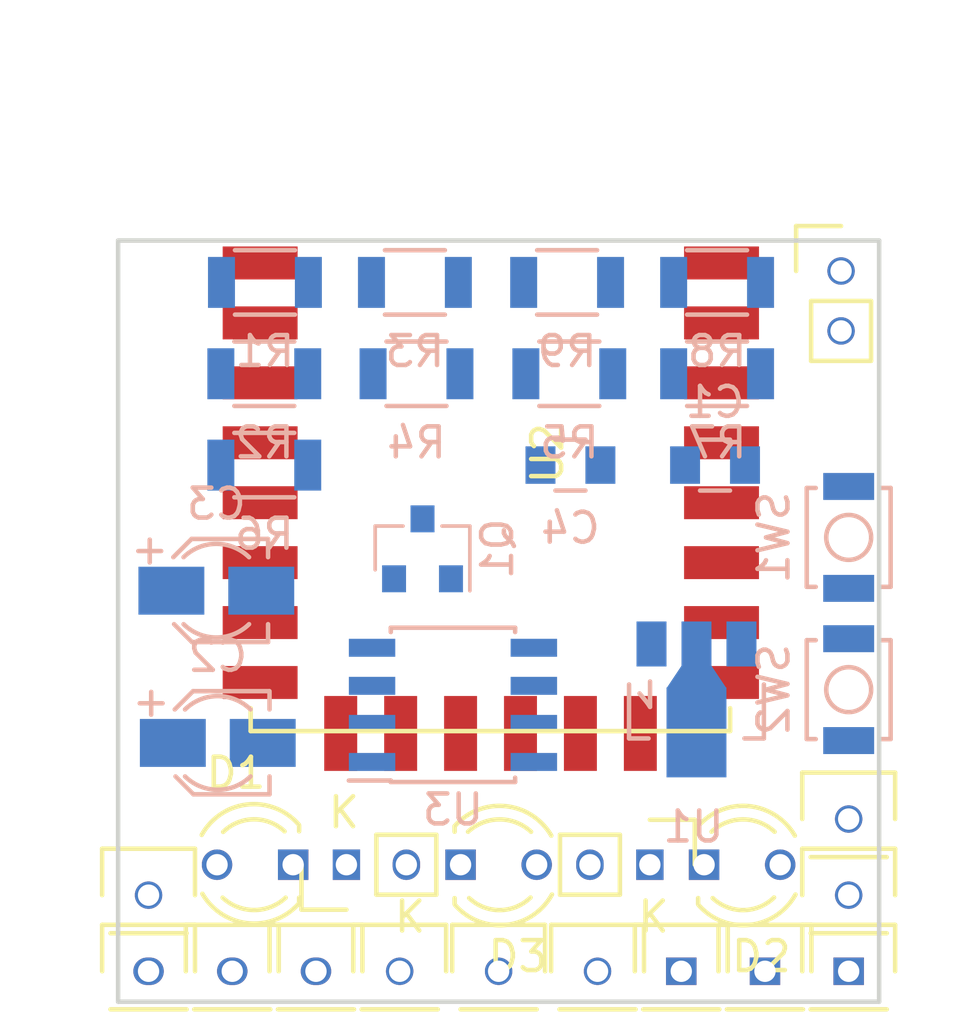
<source format=kicad_pcb>
(kicad_pcb (version 4) (host pcbnew 4.0.5+dfsg1-4)

  (general
    (links 60)
    (no_connects 60)
    (area 50.724999 25.324999 76.275001 50.875001)
    (thickness 1.6)
    (drawings 4)
    (tracks 0)
    (zones 0)
    (modules 37)
    (nets 33)
  )

  (page USLetter portrait)
  (title_block
    (title "FrossTool PCB")
    (rev 1)
    (company Eco-Tec)
    (comment 1 @maurinc2010)
    (comment 2 @fandres)
    (comment 3 "By CC-4")
  )

  (layers
    (0 F.Cu signal)
    (31 B.Cu signal)
    (32 B.Adhes user)
    (33 F.Adhes user)
    (34 B.Paste user)
    (35 F.Paste user)
    (36 B.SilkS user)
    (37 F.SilkS user)
    (38 B.Mask user)
    (39 F.Mask user)
    (40 Dwgs.User user)
    (41 Cmts.User user)
    (42 Eco1.User user)
    (43 Eco2.User user)
    (44 Edge.Cuts user)
    (45 Margin user)
    (46 B.CrtYd user)
    (47 F.CrtYd user)
    (48 B.Fab user)
    (49 F.Fab user)
  )

  (setup
    (last_trace_width 0.254)
    (user_trace_width 0.2032)
    (user_trace_width 0.254)
    (user_trace_width 0.3048)
    (user_trace_width 0.381)
    (user_trace_width 0.4318)
    (user_trace_width 0.508)
    (user_trace_width 0.6096)
    (user_trace_width 0.8128)
    (trace_clearance 0.254)
    (zone_clearance 0.508)
    (zone_45_only no)
    (trace_min 0.2032)
    (segment_width 0.2)
    (edge_width 0.15)
    (via_size 0.6604)
    (via_drill 0.4064)
    (via_min_size 0.381)
    (via_min_drill 0.3302)
    (user_via 0.5842 0.3302)
    (user_via 0.8128 0.508)
    (user_via 1.2192 0.8128)
    (user_via 6.604 0.4064)
    (uvia_size 0.508)
    (uvia_drill 0.127)
    (uvias_allowed no)
    (uvia_min_size 0)
    (uvia_min_drill 0)
    (pcb_text_width 0.3)
    (pcb_text_size 1.5 1.5)
    (mod_edge_width 0.15)
    (mod_text_size 1 1)
    (mod_text_width 0.15)
    (pad_size 1.016 1.016)
    (pad_drill 0.7112)
    (pad_to_mask_clearance 0.2)
    (aux_axis_origin 0 0)
    (visible_elements FFFFFF7F)
    (pcbplotparams
      (layerselection 0x010f0_80000001)
      (usegerberextensions false)
      (excludeedgelayer true)
      (linewidth 0.100000)
      (plotframeref false)
      (viasonmask false)
      (mode 1)
      (useauxorigin false)
      (hpglpennumber 1)
      (hpglpenspeed 20)
      (hpglpendiameter 15)
      (hpglpenoverlay 2)
      (psnegative false)
      (psa4output false)
      (plotreference true)
      (plotvalue true)
      (plotinvisibletext false)
      (padsonsilk false)
      (subtractmaskfromsilk false)
      (outputformat 1)
      (mirror false)
      (drillshape 0)
      (scaleselection 1)
      (outputdirectory PCB))
  )

  (net 0 "")
  (net 1 BAT+)
  (net 2 GND)
  (net 3 +3V3)
  (net 4 "Net-(C3-Pad2)")
  (net 5 "Net-(D1-Pad1)")
  (net 6 "Net-(D1-Pad2)")
  (net 7 "Net-(D2-Pad1)")
  (net 8 "Net-(D3-Pad1)")
  (net 9 IN+)
  (net 10 /TXD)
  (net 11 /RXD)
  (net 12 /GPIO4)
  (net 13 /GPIO5)
  (net 14 /GPIO12)
  (net 15 /GPIO13)
  (net 16 /GPIO14)
  (net 17 /GPIO15)
  (net 18 "Net-(Q1-Pad2)")
  (net 19 "Net-(R1-Pad1)")
  (net 20 "Net-(R2-Pad1)")
  (net 21 "Net-(R3-Pad2)")
  (net 22 /DEBUG_LED)
  (net 23 "Net-(R7-Pad1)")
  (net 24 "Net-(R8-Pad1)")
  (net 25 "Net-(R9-Pad1)")
  (net 26 /ADC)
  (net 27 "Net-(U2-Pad17)")
  (net 28 "Net-(U2-Pad18)")
  (net 29 "Net-(U2-Pad19)")
  (net 30 "Net-(U2-Pad20)")
  (net 31 "Net-(U2-Pad21)")
  (net 32 "Net-(U2-Pad22)")

  (net_class Default "Esta es la clase de red por defecto."
    (clearance 0.254)
    (trace_width 0.254)
    (via_dia 0.6604)
    (via_drill 0.4064)
    (uvia_dia 0.508)
    (uvia_drill 0.127)
    (add_net +3V3)
    (add_net /ADC)
    (add_net /DEBUG_LED)
    (add_net /GPIO12)
    (add_net /GPIO13)
    (add_net /GPIO14)
    (add_net /GPIO15)
    (add_net /GPIO4)
    (add_net /GPIO5)
    (add_net /RXD)
    (add_net /TXD)
    (add_net BAT+)
    (add_net GND)
    (add_net IN+)
    (add_net "Net-(C3-Pad2)")
    (add_net "Net-(D1-Pad1)")
    (add_net "Net-(D1-Pad2)")
    (add_net "Net-(D2-Pad1)")
    (add_net "Net-(D3-Pad1)")
    (add_net "Net-(Q1-Pad2)")
    (add_net "Net-(R1-Pad1)")
    (add_net "Net-(R2-Pad1)")
    (add_net "Net-(R3-Pad2)")
    (add_net "Net-(R7-Pad1)")
    (add_net "Net-(R8-Pad1)")
    (add_net "Net-(R9-Pad1)")
    (add_net "Net-(U2-Pad17)")
    (add_net "Net-(U2-Pad18)")
    (add_net "Net-(U2-Pad19)")
    (add_net "Net-(U2-Pad20)")
    (add_net "Net-(U2-Pad21)")
    (add_net "Net-(U2-Pad22)")
  )

  (net_class POWER ""
    (clearance 0.3048)
    (trace_width 0.3048)
    (via_dia 0.762)
    (via_drill 0.508)
    (uvia_dia 1.016)
    (uvia_drill 0.254)
  )

  (module Capacitors_SMD:C_0805 placed (layer B.Cu) (tedit 5415D6EA) (tstamp 59DFA1CA)
    (at 70.723 32.893 180)
    (descr "Capacitor SMD 0805, reflow soldering, AVX (see smccp.pdf)")
    (tags "capacitor 0805")
    (path /59D43D7C)
    (attr smd)
    (fp_text reference C1 (at 0 2.1 180) (layer B.SilkS)
      (effects (font (size 1 1) (thickness 0.15)) (justify mirror))
    )
    (fp_text value 100nF (at 0 -2.1 180) (layer B.Fab)
      (effects (font (size 1 1) (thickness 0.15)) (justify mirror))
    )
    (fp_line (start -1 -0.625) (end -1 0.625) (layer B.Fab) (width 0.15))
    (fp_line (start 1 -0.625) (end -1 -0.625) (layer B.Fab) (width 0.15))
    (fp_line (start 1 0.625) (end 1 -0.625) (layer B.Fab) (width 0.15))
    (fp_line (start -1 0.625) (end 1 0.625) (layer B.Fab) (width 0.15))
    (fp_line (start -1.8 1) (end 1.8 1) (layer B.CrtYd) (width 0.05))
    (fp_line (start -1.8 -1) (end 1.8 -1) (layer B.CrtYd) (width 0.05))
    (fp_line (start -1.8 1) (end -1.8 -1) (layer B.CrtYd) (width 0.05))
    (fp_line (start 1.8 1) (end 1.8 -1) (layer B.CrtYd) (width 0.05))
    (fp_line (start 0.5 0.85) (end -0.5 0.85) (layer B.SilkS) (width 0.15))
    (fp_line (start -0.5 -0.85) (end 0.5 -0.85) (layer B.SilkS) (width 0.15))
    (pad 1 smd rect (at -1 0 180) (size 1 1.25) (layers B.Cu B.Paste B.Mask)
      (net 1 BAT+))
    (pad 2 smd rect (at 1 0 180) (size 1 1.25) (layers B.Cu B.Paste B.Mask)
      (net 2 GND))
    (model Capacitors_SMD.3dshapes/C_0805.wrl
      (at (xyz 0 0 0))
      (scale (xyz 1 1 1))
      (rotate (xyz 0 0 0))
    )
  )

  (module Capacitors_SMD:c_elec_3x5.3 placed (layer B.Cu) (tedit 57FA3E93) (tstamp 59DFA1E4)
    (at 54.126 42.164)
    (descr "SMT capacitor, aluminium electrolytic, 3x5.3")
    (path /59D44B80)
    (attr smd)
    (fp_text reference C2 (at 0 -2.8956) (layer B.SilkS)
      (effects (font (size 1 1) (thickness 0.15)) (justify mirror))
    )
    (fp_text value 10uF (at -0.0254 2.8956) (layer B.Fab)
      (effects (font (size 1 1) (thickness 0.15)) (justify mirror))
    )
    (fp_line (start -1.5621 0.7493) (end -1.5621 -0.7747) (layer B.Fab) (width 0.15))
    (fp_line (start -0.7493 1.5621) (end -1.5621 0.7493) (layer B.Fab) (width 0.15))
    (fp_line (start -0.762 -1.5748) (end -1.5621 -0.7747) (layer B.Fab) (width 0.15))
    (fp_line (start 1.5748 -1.5748) (end 1.5748 1.5621) (layer B.Fab) (width 0.15))
    (fp_line (start 1.5621 -1.5748) (end -0.762 -1.5748) (layer B.Fab) (width 0.15))
    (fp_line (start 1.5748 1.5621) (end -0.7493 1.5621) (layer B.Fab) (width 0.15))
    (fp_line (start -0.8255 -1.7272) (end -1.4351 -1.1176) (layer B.SilkS) (width 0.15))
    (fp_line (start 1.7272 -1.7272) (end 1.7272 -1.1176) (layer B.SilkS) (width 0.15))
    (fp_line (start -0.8128 1.7145) (end -1.4097 1.1176) (layer B.SilkS) (width 0.15))
    (fp_line (start 1.7272 1.7145) (end 1.7272 1.1176) (layer B.SilkS) (width 0.15))
    (fp_text user + (at -0.9398 0.0762) (layer B.Fab)
      (effects (font (size 1 1) (thickness 0.15)) (justify mirror))
    )
    (fp_text user + (at -2.2225 -1.397) (layer B.SilkS)
      (effects (font (size 1 1) (thickness 0.15)) (justify mirror))
    )
    (fp_arc (start 0 0) (end -1.0922 1.1176) (angle -88.7) (layer B.SilkS) (width 0.15))
    (fp_arc (start 0 0) (end 1.0922 -1.1176) (angle -88.7) (layer B.SilkS) (width 0.15))
    (fp_line (start -2.8 -2.05) (end 2.8 -2.05) (layer B.CrtYd) (width 0.05))
    (fp_line (start 2.8 -2.05) (end 2.8 2.05) (layer B.CrtYd) (width 0.05))
    (fp_line (start 2.8 2.05) (end -2.8 2.05) (layer B.CrtYd) (width 0.05))
    (fp_line (start -2.8 2.05) (end -2.8 -2.05) (layer B.CrtYd) (width 0.05))
    (fp_line (start -0.8255 -1.7272) (end 1.7145 -1.7272) (layer B.SilkS) (width 0.15))
    (fp_line (start 1.7272 1.7145) (end -0.8128 1.7145) (layer B.SilkS) (width 0.15))
    (pad 2 smd rect (at 1.5 0) (size 2.2 1.6) (layers B.Cu B.Paste B.Mask)
      (net 2 GND))
    (pad 1 smd rect (at -1.5 0) (size 2.2 1.6) (layers B.Cu B.Paste B.Mask)
      (net 3 +3V3))
    (model Capacitors_SMD.3dshapes/c_elec_3x5.3.wrl
      (at (xyz 0 0 0))
      (scale (xyz 1 1 1))
      (rotate (xyz 0 0 180))
    )
  )

  (module Capacitors_SMD:c_elec_3x5.3 placed (layer B.Cu) (tedit 57FA3E93) (tstamp 59DFA1FE)
    (at 54.078 37.084)
    (descr "SMT capacitor, aluminium electrolytic, 3x5.3")
    (path /59DAA3AB/59DAB50D)
    (attr smd)
    (fp_text reference C3 (at 0 -2.8956) (layer B.SilkS)
      (effects (font (size 1 1) (thickness 0.15)) (justify mirror))
    )
    (fp_text value 10uF (at -0.0254 2.8956) (layer B.Fab)
      (effects (font (size 1 1) (thickness 0.15)) (justify mirror))
    )
    (fp_line (start -1.5621 0.7493) (end -1.5621 -0.7747) (layer B.Fab) (width 0.15))
    (fp_line (start -0.7493 1.5621) (end -1.5621 0.7493) (layer B.Fab) (width 0.15))
    (fp_line (start -0.762 -1.5748) (end -1.5621 -0.7747) (layer B.Fab) (width 0.15))
    (fp_line (start 1.5748 -1.5748) (end 1.5748 1.5621) (layer B.Fab) (width 0.15))
    (fp_line (start 1.5621 -1.5748) (end -0.762 -1.5748) (layer B.Fab) (width 0.15))
    (fp_line (start 1.5748 1.5621) (end -0.7493 1.5621) (layer B.Fab) (width 0.15))
    (fp_line (start -0.8255 -1.7272) (end -1.4351 -1.1176) (layer B.SilkS) (width 0.15))
    (fp_line (start 1.7272 -1.7272) (end 1.7272 -1.1176) (layer B.SilkS) (width 0.15))
    (fp_line (start -0.8128 1.7145) (end -1.4097 1.1176) (layer B.SilkS) (width 0.15))
    (fp_line (start 1.7272 1.7145) (end 1.7272 1.1176) (layer B.SilkS) (width 0.15))
    (fp_text user + (at -0.9398 0.0762) (layer B.Fab)
      (effects (font (size 1 1) (thickness 0.15)) (justify mirror))
    )
    (fp_text user + (at -2.2225 -1.397) (layer B.SilkS)
      (effects (font (size 1 1) (thickness 0.15)) (justify mirror))
    )
    (fp_arc (start 0 0) (end -1.0922 1.1176) (angle -88.7) (layer B.SilkS) (width 0.15))
    (fp_arc (start 0 0) (end 1.0922 -1.1176) (angle -88.7) (layer B.SilkS) (width 0.15))
    (fp_line (start -2.8 -2.05) (end 2.8 -2.05) (layer B.CrtYd) (width 0.05))
    (fp_line (start 2.8 -2.05) (end 2.8 2.05) (layer B.CrtYd) (width 0.05))
    (fp_line (start 2.8 2.05) (end -2.8 2.05) (layer B.CrtYd) (width 0.05))
    (fp_line (start -2.8 2.05) (end -2.8 -2.05) (layer B.CrtYd) (width 0.05))
    (fp_line (start -0.8255 -1.7272) (end 1.7145 -1.7272) (layer B.SilkS) (width 0.15))
    (fp_line (start 1.7272 1.7145) (end -0.8128 1.7145) (layer B.SilkS) (width 0.15))
    (pad 2 smd rect (at 1.5 0) (size 2.2 1.6) (layers B.Cu B.Paste B.Mask)
      (net 4 "Net-(C3-Pad2)"))
    (pad 1 smd rect (at -1.5 0) (size 2.2 1.6) (layers B.Cu B.Paste B.Mask)
      (net 2 GND))
    (model Capacitors_SMD.3dshapes/c_elec_3x5.3.wrl
      (at (xyz 0 0 0))
      (scale (xyz 1 1 1))
      (rotate (xyz 0 0 180))
    )
  )

  (module Capacitors_SMD:C_0805 placed (layer B.Cu) (tedit 5415D6EA) (tstamp 59DFA20E)
    (at 65.897 32.893)
    (descr "Capacitor SMD 0805, reflow soldering, AVX (see smccp.pdf)")
    (tags "capacitor 0805")
    (path /59DAA3AB/59DAC301)
    (attr smd)
    (fp_text reference C4 (at 0 2.1) (layer B.SilkS)
      (effects (font (size 1 1) (thickness 0.15)) (justify mirror))
    )
    (fp_text value 10uF (at 0 -2.1) (layer B.Fab)
      (effects (font (size 1 1) (thickness 0.15)) (justify mirror))
    )
    (fp_line (start -1 -0.625) (end -1 0.625) (layer B.Fab) (width 0.15))
    (fp_line (start 1 -0.625) (end -1 -0.625) (layer B.Fab) (width 0.15))
    (fp_line (start 1 0.625) (end 1 -0.625) (layer B.Fab) (width 0.15))
    (fp_line (start -1 0.625) (end 1 0.625) (layer B.Fab) (width 0.15))
    (fp_line (start -1.8 1) (end 1.8 1) (layer B.CrtYd) (width 0.05))
    (fp_line (start -1.8 -1) (end 1.8 -1) (layer B.CrtYd) (width 0.05))
    (fp_line (start -1.8 1) (end -1.8 -1) (layer B.CrtYd) (width 0.05))
    (fp_line (start 1.8 1) (end 1.8 -1) (layer B.CrtYd) (width 0.05))
    (fp_line (start 0.5 0.85) (end -0.5 0.85) (layer B.SilkS) (width 0.15))
    (fp_line (start -0.5 -0.85) (end 0.5 -0.85) (layer B.SilkS) (width 0.15))
    (pad 1 smd rect (at -1 0) (size 1 1.25) (layers B.Cu B.Paste B.Mask)
      (net 2 GND))
    (pad 2 smd rect (at 1 0) (size 1 1.25) (layers B.Cu B.Paste B.Mask)
      (net 1 BAT+))
    (model Capacitors_SMD.3dshapes/C_0805.wrl
      (at (xyz 0 0 0))
      (scale (xyz 1 1 1))
      (rotate (xyz 0 0 0))
    )
  )

  (module LEDs:LED-3MM placed (layer F.Cu) (tedit 59E008DF) (tstamp 59DFA21F)
    (at 56.642 46.228 180)
    (descr "LED 3mm round vertical")
    (tags "LED  3mm round vertical")
    (path /59D831D9)
    (fp_text reference D1 (at 1.91 3.06 180) (layer F.SilkS)
      (effects (font (size 1 1) (thickness 0.15)))
    )
    (fp_text value LED_DEBUG (at 1.3 -2.9 180) (layer F.Fab)
      (effects (font (size 1 1) (thickness 0.15)))
    )
    (fp_line (start -1.2 2.3) (end 3.8 2.3) (layer F.CrtYd) (width 0.05))
    (fp_line (start 3.8 2.3) (end 3.8 -2.2) (layer F.CrtYd) (width 0.05))
    (fp_line (start 3.8 -2.2) (end -1.2 -2.2) (layer F.CrtYd) (width 0.05))
    (fp_line (start -1.2 -2.2) (end -1.2 2.3) (layer F.CrtYd) (width 0.05))
    (fp_line (start -0.199 1.314) (end -0.199 1.114) (layer F.SilkS) (width 0.15))
    (fp_line (start -0.199 -1.28) (end -0.199 -1.1) (layer F.SilkS) (width 0.15))
    (fp_arc (start 1.301 0.034) (end -0.199 -1.286) (angle 108.5) (layer F.SilkS) (width 0.15))
    (fp_arc (start 1.301 0.034) (end 0.25 -1.1) (angle 85.7) (layer F.SilkS) (width 0.15))
    (fp_arc (start 1.311 0.034) (end 3.051 0.994) (angle 110) (layer F.SilkS) (width 0.15))
    (fp_arc (start 1.301 0.034) (end 2.335 1.094) (angle 87.5) (layer F.SilkS) (width 0.15))
    (fp_text user K (at -1.69 1.74 180) (layer F.SilkS)
      (effects (font (size 1 1) (thickness 0.15)))
    )
    (pad 1 thru_hole rect (at 0 0 270) (size 1.016 1.016) (drill 0.7112) (layers *.Cu *.Mask)
      (net 5 "Net-(D1-Pad1)"))
    (pad 2 thru_hole circle (at 2.54 0 180) (size 1.016 1.016) (drill 0.7112) (layers *.Cu *.Mask)
      (net 6 "Net-(D1-Pad2)"))
    (model LEDs.3dshapes/LED-3MM.wrl
      (at (xyz 0.05 0 0))
      (scale (xyz 1 1 1))
      (rotate (xyz 0 0 90))
    )
  )

  (module LEDs:LED-3MM placed (layer F.Cu) (tedit 59E00996) (tstamp 59DFA230)
    (at 70.358 46.228)
    (descr "LED 3mm round vertical")
    (tags "LED  3mm round vertical")
    (path /59DAA3AB/59DACCBF)
    (fp_text reference D2 (at 1.91 3.06) (layer F.SilkS)
      (effects (font (size 1 1) (thickness 0.15)))
    )
    (fp_text value CHRG_R (at 1.3 -2.9) (layer F.Fab)
      (effects (font (size 1 1) (thickness 0.15)))
    )
    (fp_line (start -1.2 2.3) (end 3.8 2.3) (layer F.CrtYd) (width 0.05))
    (fp_line (start 3.8 2.3) (end 3.8 -2.2) (layer F.CrtYd) (width 0.05))
    (fp_line (start 3.8 -2.2) (end -1.2 -2.2) (layer F.CrtYd) (width 0.05))
    (fp_line (start -1.2 -2.2) (end -1.2 2.3) (layer F.CrtYd) (width 0.05))
    (fp_line (start -0.199 1.314) (end -0.199 1.114) (layer F.SilkS) (width 0.15))
    (fp_line (start -0.199 -1.28) (end -0.199 -1.1) (layer F.SilkS) (width 0.15))
    (fp_arc (start 1.301 0.034) (end -0.199 -1.286) (angle 108.5) (layer F.SilkS) (width 0.15))
    (fp_arc (start 1.301 0.034) (end 0.25 -1.1) (angle 85.7) (layer F.SilkS) (width 0.15))
    (fp_arc (start 1.311 0.034) (end 3.051 0.994) (angle 110) (layer F.SilkS) (width 0.15))
    (fp_arc (start 1.301 0.034) (end 2.335 1.094) (angle 87.5) (layer F.SilkS) (width 0.15))
    (fp_text user K (at -1.69 1.74) (layer F.SilkS)
      (effects (font (size 1 1) (thickness 0.15)))
    )
    (pad 1 thru_hole rect (at 0 0 90) (size 1.016 1.016) (drill 0.7112) (layers *.Cu *.Mask)
      (net 7 "Net-(D2-Pad1)"))
    (pad 2 thru_hole circle (at 2.54 0) (size 1.016 1.016) (drill 0.7112) (layers *.Cu *.Mask)
      (net 4 "Net-(C3-Pad2)"))
    (model LEDs.3dshapes/LED-3MM.wrl
      (at (xyz 0.05 0 0))
      (scale (xyz 1 1 1))
      (rotate (xyz 0 0 90))
    )
  )

  (module LEDs:LED-3MM placed (layer F.Cu) (tedit 59E00937) (tstamp 59DFA241)
    (at 62.23 46.228)
    (descr "LED 3mm round vertical")
    (tags "LED  3mm round vertical")
    (path /59DAA3AB/59DACFE4)
    (fp_text reference D3 (at 1.91 3.06) (layer F.SilkS)
      (effects (font (size 1 1) (thickness 0.15)))
    )
    (fp_text value STDBY_G (at 1.3 -2.9) (layer F.Fab)
      (effects (font (size 1 1) (thickness 0.15)))
    )
    (fp_line (start -1.2 2.3) (end 3.8 2.3) (layer F.CrtYd) (width 0.05))
    (fp_line (start 3.8 2.3) (end 3.8 -2.2) (layer F.CrtYd) (width 0.05))
    (fp_line (start 3.8 -2.2) (end -1.2 -2.2) (layer F.CrtYd) (width 0.05))
    (fp_line (start -1.2 -2.2) (end -1.2 2.3) (layer F.CrtYd) (width 0.05))
    (fp_line (start -0.199 1.314) (end -0.199 1.114) (layer F.SilkS) (width 0.15))
    (fp_line (start -0.199 -1.28) (end -0.199 -1.1) (layer F.SilkS) (width 0.15))
    (fp_arc (start 1.301 0.034) (end -0.199 -1.286) (angle 108.5) (layer F.SilkS) (width 0.15))
    (fp_arc (start 1.301 0.034) (end 0.25 -1.1) (angle 85.7) (layer F.SilkS) (width 0.15))
    (fp_arc (start 1.311 0.034) (end 3.051 0.994) (angle 110) (layer F.SilkS) (width 0.15))
    (fp_arc (start 1.301 0.034) (end 2.335 1.094) (angle 87.5) (layer F.SilkS) (width 0.15))
    (fp_text user K (at -1.69 1.74) (layer F.SilkS)
      (effects (font (size 1 1) (thickness 0.15)))
    )
    (pad 1 thru_hole rect (at 0 0 90) (size 1.016 1.016) (drill 0.7112) (layers *.Cu *.Mask)
      (net 8 "Net-(D3-Pad1)"))
    (pad 2 thru_hole circle (at 2.54 0) (size 1.016 1.016) (drill 0.7112) (layers *.Cu *.Mask)
      (net 4 "Net-(C3-Pad2)"))
    (model LEDs.3dshapes/LED-3MM.wrl
      (at (xyz 0.05 0 0))
      (scale (xyz 1 1 1))
      (rotate (xyz 0 0 90))
    )
  )

  (module Pin_Headers:Pin_Header_Straight_1x02_Pitch2.00mm placed (layer F.Cu) (tedit 59DFF6B2) (tstamp 59DFA251)
    (at 68.548 46.228 270)
    (descr "Through hole pin header, 1x02, 2.00mm pitch, single row")
    (tags "pin header single row")
    (path /59D806A2)
    (fp_text reference J1 (at 0 -5 270) (layer F.SilkS) hide
      (effects (font (size 1 1) (thickness 0.15)))
    )
    (fp_text value IN_PANEL (at 0 -3 270) (layer F.Fab)
      (effects (font (size 1 1) (thickness 0.15)))
    )
    (fp_line (start -1 1) (end 1 1) (layer F.SilkS) (width 0.15))
    (fp_line (start 1 1) (end 1 3) (layer F.SilkS) (width 0.15))
    (fp_line (start 1 3) (end -1 3) (layer F.SilkS) (width 0.15))
    (fp_line (start -1 3) (end -1 1) (layer F.SilkS) (width 0.15))
    (fp_line (start -1.6 -1.6) (end 1.6 -1.6) (layer F.CrtYd) (width 0.05))
    (fp_line (start 1.6 -1.6) (end 1.6 3.6) (layer F.CrtYd) (width 0.05))
    (fp_line (start 1.6 3.6) (end -1.6 3.6) (layer F.CrtYd) (width 0.05))
    (fp_line (start -1.6 3.6) (end -1.6 -1.6) (layer F.CrtYd) (width 0.05))
    (fp_line (start -1.5 0) (end -1.5 -1.5) (layer F.SilkS) (width 0.15))
    (fp_line (start -1.5 -1.5) (end 0 -1.5) (layer F.SilkS) (width 0.15))
    (pad 1 thru_hole rect (at 0 0 270) (size 1.016 0.9144) (drill 0.7112) (layers *.Cu *.Mask)
      (net 2 GND))
    (pad 2 thru_hole oval (at 0 2 270) (size 1.016 0.9144) (drill 0.7112) (layers *.Cu *.Mask)
      (net 9 IN+))
    (model Pin_Headers.3dshapes/Pin_Header_Straight_1x02_Pitch2.00mm.wrl
      (at (xyz 0 0 0))
      (scale (xyz 1 1 1))
      (rotate (xyz 0 0 0))
    )
  )

  (module Pin_Headers:Pin_Header_Straight_1x02_Pitch2.00mm placed (layer F.Cu) (tedit 59DFF699) (tstamp 59DFA261)
    (at 58.42 46.228 90)
    (descr "Through hole pin header, 1x02, 2.00mm pitch, single row")
    (tags "pin header single row")
    (path /59D80F79)
    (fp_text reference J2 (at 0 -5 90) (layer F.SilkS) hide
      (effects (font (size 1 1) (thickness 0.15)))
    )
    (fp_text value BATERIA (at 0 -3 90) (layer F.Fab)
      (effects (font (size 1 1) (thickness 0.15)))
    )
    (fp_line (start -1 1) (end 1 1) (layer F.SilkS) (width 0.15))
    (fp_line (start 1 1) (end 1 3) (layer F.SilkS) (width 0.15))
    (fp_line (start 1 3) (end -1 3) (layer F.SilkS) (width 0.15))
    (fp_line (start -1 3) (end -1 1) (layer F.SilkS) (width 0.15))
    (fp_line (start -1.6 -1.6) (end 1.6 -1.6) (layer F.CrtYd) (width 0.05))
    (fp_line (start 1.6 -1.6) (end 1.6 3.6) (layer F.CrtYd) (width 0.05))
    (fp_line (start 1.6 3.6) (end -1.6 3.6) (layer F.CrtYd) (width 0.05))
    (fp_line (start -1.6 3.6) (end -1.6 -1.6) (layer F.CrtYd) (width 0.05))
    (fp_line (start -1.5 0) (end -1.5 -1.5) (layer F.SilkS) (width 0.15))
    (fp_line (start -1.5 -1.5) (end 0 -1.5) (layer F.SilkS) (width 0.15))
    (pad 1 thru_hole rect (at 0 0 90) (size 1.016 0.9144) (drill 0.7112) (layers *.Cu *.Mask)
      (net 2 GND))
    (pad 2 thru_hole oval (at 0 2 90) (size 1.016 0.9144) (drill 0.7112) (layers *.Cu *.Mask)
      (net 1 BAT+))
    (model Pin_Headers.3dshapes/Pin_Header_Straight_1x02_Pitch2.00mm.wrl
      (at (xyz 0 0 0))
      (scale (xyz 1 1 1))
      (rotate (xyz 0 0 0))
    )
  )

  (module Pin_Headers:Pin_Header_Straight_1x02_Pitch2.00mm placed (layer F.Cu) (tedit 59DFF614) (tstamp 59DFA271)
    (at 74.93 26.416)
    (descr "Through hole pin header, 1x02, 2.00mm pitch, single row")
    (tags "pin header single row")
    (path /59DB3C41)
    (fp_text reference J3 (at 0 -5) (layer F.SilkS) hide
      (effects (font (size 1 1) (thickness 0.15)))
    )
    (fp_text value TX_RX (at 0 -3) (layer F.Fab)
      (effects (font (size 1 1) (thickness 0.15)))
    )
    (fp_line (start -1 1) (end 1 1) (layer F.SilkS) (width 0.15))
    (fp_line (start 1 1) (end 1 3) (layer F.SilkS) (width 0.15))
    (fp_line (start 1 3) (end -1 3) (layer F.SilkS) (width 0.15))
    (fp_line (start -1 3) (end -1 1) (layer F.SilkS) (width 0.15))
    (fp_line (start -1.6 -1.6) (end 1.6 -1.6) (layer F.CrtYd) (width 0.05))
    (fp_line (start 1.6 -1.6) (end 1.6 3.6) (layer F.CrtYd) (width 0.05))
    (fp_line (start 1.6 3.6) (end -1.6 3.6) (layer F.CrtYd) (width 0.05))
    (fp_line (start -1.6 3.6) (end -1.6 -1.6) (layer F.CrtYd) (width 0.05))
    (fp_line (start -1.5 0) (end -1.5 -1.5) (layer F.SilkS) (width 0.15))
    (fp_line (start -1.5 -1.5) (end 0 -1.5) (layer F.SilkS) (width 0.15))
    (pad 1 thru_hole circle (at 0 0) (size 0.9144 0.9144) (drill 0.7112) (layers *.Cu *.Mask)
      (net 10 /TXD))
    (pad 2 thru_hole circle (at 0 2) (size 0.9144 0.9144) (drill 0.7112) (layers *.Cu *.Mask)
      (net 11 /RXD))
    (model Pin_Headers.3dshapes/Pin_Header_Straight_1x02_Pitch2.00mm.wrl
      (at (xyz 0 0 0))
      (scale (xyz 1 1 1))
      (rotate (xyz 0 0 0))
    )
  )

  (module Pin_Headers:Pin_Header_Straight_1x01 placed (layer F.Cu) (tedit 59DFA618) (tstamp 59DFA27E)
    (at 66.802 49.784)
    (descr "Through hole pin header")
    (tags "pin header")
    (path /59DBE9CD)
    (fp_text reference J4 (at 0 -5.1) (layer F.SilkS) hide
      (effects (font (size 1 1) (thickness 0.15)))
    )
    (fp_text value "GPIO13(D)" (at 0 -3.1) (layer F.Fab)
      (effects (font (size 1 1) (thickness 0.15)))
    )
    (fp_line (start 1.55 -1.55) (end 1.55 0) (layer F.SilkS) (width 0.15))
    (fp_line (start -1.75 -1.75) (end -1.75 1.75) (layer F.CrtYd) (width 0.05))
    (fp_line (start 1.75 -1.75) (end 1.75 1.75) (layer F.CrtYd) (width 0.05))
    (fp_line (start -1.75 -1.75) (end 1.75 -1.75) (layer F.CrtYd) (width 0.05))
    (fp_line (start -1.75 1.75) (end 1.75 1.75) (layer F.CrtYd) (width 0.05))
    (fp_line (start -1.55 0) (end -1.55 -1.55) (layer F.SilkS) (width 0.15))
    (fp_line (start -1.55 -1.55) (end 1.55 -1.55) (layer F.SilkS) (width 0.15))
    (fp_line (start -1.27 1.27) (end 1.27 1.27) (layer F.SilkS) (width 0.15))
    (pad 1 thru_hole circle (at 0 0) (size 0.9144 0.9144) (drill 0.7112) (layers *.Cu *.Mask)
      (net 12 /GPIO4))
    (model Pin_Headers.3dshapes/Pin_Header_Straight_1x01.wrl
      (at (xyz 0 0 0))
      (scale (xyz 1 1 1))
      (rotate (xyz 0 0 90))
    )
  )

  (module Pin_Headers:Pin_Header_Straight_1x01 placed (layer F.Cu) (tedit 59DFA681) (tstamp 59DFA28B)
    (at 75.184 44.704)
    (descr "Through hole pin header")
    (tags "pin header")
    (path /59D43147)
    (fp_text reference J5 (at 0 -5.1) (layer F.SilkS) hide
      (effects (font (size 1 1) (thickness 0.15)))
    )
    (fp_text value DATA_S1 (at 0 -3.1) (layer F.Fab)
      (effects (font (size 1 1) (thickness 0.15)))
    )
    (fp_line (start 1.55 -1.55) (end 1.55 0) (layer F.SilkS) (width 0.15))
    (fp_line (start -1.75 -1.75) (end -1.75 1.75) (layer F.CrtYd) (width 0.05))
    (fp_line (start 1.75 -1.75) (end 1.75 1.75) (layer F.CrtYd) (width 0.05))
    (fp_line (start -1.75 -1.75) (end 1.75 -1.75) (layer F.CrtYd) (width 0.05))
    (fp_line (start -1.75 1.75) (end 1.75 1.75) (layer F.CrtYd) (width 0.05))
    (fp_line (start -1.55 0) (end -1.55 -1.55) (layer F.SilkS) (width 0.15))
    (fp_line (start -1.55 -1.55) (end 1.55 -1.55) (layer F.SilkS) (width 0.15))
    (fp_line (start -1.27 1.27) (end 1.27 1.27) (layer F.SilkS) (width 0.15))
    (pad 1 thru_hole circle (at 0 0) (size 0.9144 0.9144) (drill 0.7112) (layers *.Cu *.Mask)
      (net 13 /GPIO5))
    (model Pin_Headers.3dshapes/Pin_Header_Straight_1x01.wrl
      (at (xyz 0 0 0))
      (scale (xyz 1 1 1))
      (rotate (xyz 0 0 90))
    )
  )

  (module Pin_Headers:Pin_Header_Straight_1x01 placed (layer F.Cu) (tedit 59DFA6AF) (tstamp 59DFA298)
    (at 60.198 49.784)
    (descr "Through hole pin header")
    (tags "pin header")
    (path /59DBC340)
    (fp_text reference J6 (at 0 -5.1) (layer F.SilkS) hide
      (effects (font (size 1 1) (thickness 0.15)))
    )
    (fp_text value "GPIO12(D/A)" (at 0 -3.1) (layer F.Fab)
      (effects (font (size 1 1) (thickness 0.15)))
    )
    (fp_line (start 1.55 -1.55) (end 1.55 0) (layer F.SilkS) (width 0.15))
    (fp_line (start -1.75 -1.75) (end -1.75 1.75) (layer F.CrtYd) (width 0.05))
    (fp_line (start 1.75 -1.75) (end 1.75 1.75) (layer F.CrtYd) (width 0.05))
    (fp_line (start -1.75 -1.75) (end 1.75 -1.75) (layer F.CrtYd) (width 0.05))
    (fp_line (start -1.75 1.75) (end 1.75 1.75) (layer F.CrtYd) (width 0.05))
    (fp_line (start -1.55 0) (end -1.55 -1.55) (layer F.SilkS) (width 0.15))
    (fp_line (start -1.55 -1.55) (end 1.55 -1.55) (layer F.SilkS) (width 0.15))
    (fp_line (start -1.27 1.27) (end 1.27 1.27) (layer F.SilkS) (width 0.15))
    (pad 1 thru_hole circle (at 0 0) (size 0.9144 0.9144) (drill 0.7112) (layers *.Cu *.Mask)
      (net 14 /GPIO12))
    (model Pin_Headers.3dshapes/Pin_Header_Straight_1x01.wrl
      (at (xyz 0 0 0))
      (scale (xyz 1 1 1))
      (rotate (xyz 0 0 90))
    )
  )

  (module Pin_Headers:Pin_Header_Straight_1x01 placed (layer F.Cu) (tedit 59DFA6BD) (tstamp 59DFA2A5)
    (at 63.5 49.784)
    (descr "Through hole pin header")
    (tags "pin header")
    (path /59DBCD29)
    (fp_text reference J7 (at 0 -5.1) (layer F.SilkS) hide
      (effects (font (size 1 1) (thickness 0.15)))
    )
    (fp_text value "GPIO13(D)" (at 0 -3.1) (layer F.Fab)
      (effects (font (size 1 1) (thickness 0.15)))
    )
    (fp_line (start 1.55 -1.55) (end 1.55 0) (layer F.SilkS) (width 0.15))
    (fp_line (start -1.75 -1.75) (end -1.75 1.75) (layer F.CrtYd) (width 0.05))
    (fp_line (start 1.75 -1.75) (end 1.75 1.75) (layer F.CrtYd) (width 0.05))
    (fp_line (start -1.75 -1.75) (end 1.75 -1.75) (layer F.CrtYd) (width 0.05))
    (fp_line (start -1.75 1.75) (end 1.75 1.75) (layer F.CrtYd) (width 0.05))
    (fp_line (start -1.55 0) (end -1.55 -1.55) (layer F.SilkS) (width 0.15))
    (fp_line (start -1.55 -1.55) (end 1.55 -1.55) (layer F.SilkS) (width 0.15))
    (fp_line (start -1.27 1.27) (end 1.27 1.27) (layer F.SilkS) (width 0.15))
    (pad 1 thru_hole circle (at 0 0) (size 0.9144 0.9144) (drill 0.7112) (layers *.Cu *.Mask)
      (net 15 /GPIO13))
    (model Pin_Headers.3dshapes/Pin_Header_Straight_1x01.wrl
      (at (xyz 0 0 0))
      (scale (xyz 1 1 1))
      (rotate (xyz 0 0 90))
    )
  )

  (module Pin_Headers:Pin_Header_Straight_1x01 placed (layer F.Cu) (tedit 59DFA6D3) (tstamp 59DFA2B2)
    (at 51.816 47.244)
    (descr "Through hole pin header")
    (tags "pin header")
    (path /59D47232)
    (fp_text reference J8 (at 0 -5.1) (layer F.SilkS) hide
      (effects (font (size 1 1) (thickness 0.15)))
    )
    (fp_text value "GPIO14(D/A)" (at 0 -3.1) (layer F.Fab)
      (effects (font (size 1 1) (thickness 0.15)))
    )
    (fp_line (start 1.55 -1.55) (end 1.55 0) (layer F.SilkS) (width 0.15))
    (fp_line (start -1.75 -1.75) (end -1.75 1.75) (layer F.CrtYd) (width 0.05))
    (fp_line (start 1.75 -1.75) (end 1.75 1.75) (layer F.CrtYd) (width 0.05))
    (fp_line (start -1.75 -1.75) (end 1.75 -1.75) (layer F.CrtYd) (width 0.05))
    (fp_line (start -1.75 1.75) (end 1.75 1.75) (layer F.CrtYd) (width 0.05))
    (fp_line (start -1.55 0) (end -1.55 -1.55) (layer F.SilkS) (width 0.15))
    (fp_line (start -1.55 -1.55) (end 1.55 -1.55) (layer F.SilkS) (width 0.15))
    (fp_line (start -1.27 1.27) (end 1.27 1.27) (layer F.SilkS) (width 0.15))
    (pad 1 thru_hole circle (at 0 0) (size 0.9144 0.9144) (drill 0.7112) (layers *.Cu *.Mask)
      (net 16 /GPIO14))
    (model Pin_Headers.3dshapes/Pin_Header_Straight_1x01.wrl
      (at (xyz 0 0 0))
      (scale (xyz 1 1 1))
      (rotate (xyz 0 0 90))
    )
  )

  (module Pin_Headers:Pin_Header_Straight_1x01 placed (layer F.Cu) (tedit 59DFA6E6) (tstamp 59DFA2BF)
    (at 75.184 47.244)
    (descr "Through hole pin header")
    (tags "pin header")
    (path /59DBEA6D)
    (fp_text reference J9 (at 0 -5.1) (layer F.SilkS) hide
      (effects (font (size 1 1) (thickness 0.15)))
    )
    (fp_text value "GPIO13(D)" (at 0 -3.1) (layer F.Fab)
      (effects (font (size 1 1) (thickness 0.15)))
    )
    (fp_line (start 1.55 -1.55) (end 1.55 0) (layer F.SilkS) (width 0.15))
    (fp_line (start -1.75 -1.75) (end -1.75 1.75) (layer F.CrtYd) (width 0.05))
    (fp_line (start 1.75 -1.75) (end 1.75 1.75) (layer F.CrtYd) (width 0.05))
    (fp_line (start -1.75 -1.75) (end 1.75 -1.75) (layer F.CrtYd) (width 0.05))
    (fp_line (start -1.75 1.75) (end 1.75 1.75) (layer F.CrtYd) (width 0.05))
    (fp_line (start -1.55 0) (end -1.55 -1.55) (layer F.SilkS) (width 0.15))
    (fp_line (start -1.55 -1.55) (end 1.55 -1.55) (layer F.SilkS) (width 0.15))
    (fp_line (start -1.27 1.27) (end 1.27 1.27) (layer F.SilkS) (width 0.15))
    (pad 1 thru_hole circle (at 0 0) (size 0.9144 0.9144) (drill 0.7112) (layers *.Cu *.Mask)
      (net 17 /GPIO15))
    (model Pin_Headers.3dshapes/Pin_Header_Straight_1x01.wrl
      (at (xyz 0 0 0))
      (scale (xyz 1 1 1))
      (rotate (xyz 0 0 90))
    )
  )

  (module Pin_Headers:Pin_Header_Straight_1x01 placed (layer F.Cu) (tedit 59DFA725) (tstamp 59DFA2CC)
    (at 51.816 49.784)
    (descr "Through hole pin header")
    (tags "pin header")
    (path /59DA93EC)
    (fp_text reference J10 (at 0 -5.1) (layer F.SilkS) hide
      (effects (font (size 1 1) (thickness 0.15)))
    )
    (fp_text value V3.3 (at 0 -3.1) (layer F.Fab)
      (effects (font (size 1 1) (thickness 0.15)))
    )
    (fp_line (start 1.55 -1.55) (end 1.55 0) (layer F.SilkS) (width 0.15))
    (fp_line (start -1.75 -1.75) (end -1.75 1.75) (layer F.CrtYd) (width 0.05))
    (fp_line (start 1.75 -1.75) (end 1.75 1.75) (layer F.CrtYd) (width 0.05))
    (fp_line (start -1.75 -1.75) (end 1.75 -1.75) (layer F.CrtYd) (width 0.05))
    (fp_line (start -1.75 1.75) (end 1.75 1.75) (layer F.CrtYd) (width 0.05))
    (fp_line (start -1.55 0) (end -1.55 -1.55) (layer F.SilkS) (width 0.15))
    (fp_line (start -1.55 -1.55) (end 1.55 -1.55) (layer F.SilkS) (width 0.15))
    (fp_line (start -1.27 1.27) (end 1.27 1.27) (layer F.SilkS) (width 0.15))
    (pad 1 thru_hole oval (at 0 0) (size 1.016 0.9144) (drill 0.7112) (layers *.Cu *.Mask)
      (net 3 +3V3))
    (model Pin_Headers.3dshapes/Pin_Header_Straight_1x01.wrl
      (at (xyz 0 0 0))
      (scale (xyz 1 1 1))
      (rotate (xyz 0 0 90))
    )
  )

  (module Pin_Headers:Pin_Header_Straight_1x01 placed (layer F.Cu) (tedit 59DFA74E) (tstamp 59DFA2D9)
    (at 54.61 49.784)
    (descr "Through hole pin header")
    (tags "pin header")
    (path /59DA9D3F)
    (fp_text reference J11 (at 0 -5.1) (layer F.SilkS) hide
      (effects (font (size 1 1) (thickness 0.15)))
    )
    (fp_text value V3.3 (at 0 -3.1) (layer F.Fab)
      (effects (font (size 1 1) (thickness 0.15)))
    )
    (fp_line (start 1.55 -1.55) (end 1.55 0) (layer F.SilkS) (width 0.15))
    (fp_line (start -1.75 -1.75) (end -1.75 1.75) (layer F.CrtYd) (width 0.05))
    (fp_line (start 1.75 -1.75) (end 1.75 1.75) (layer F.CrtYd) (width 0.05))
    (fp_line (start -1.75 -1.75) (end 1.75 -1.75) (layer F.CrtYd) (width 0.05))
    (fp_line (start -1.75 1.75) (end 1.75 1.75) (layer F.CrtYd) (width 0.05))
    (fp_line (start -1.55 0) (end -1.55 -1.55) (layer F.SilkS) (width 0.15))
    (fp_line (start -1.55 -1.55) (end 1.55 -1.55) (layer F.SilkS) (width 0.15))
    (fp_line (start -1.27 1.27) (end 1.27 1.27) (layer F.SilkS) (width 0.15))
    (pad 1 thru_hole oval (at 0 0) (size 1.016 0.9144) (drill 0.7112) (layers *.Cu *.Mask)
      (net 3 +3V3))
    (model Pin_Headers.3dshapes/Pin_Header_Straight_1x01.wrl
      (at (xyz 0 0 0))
      (scale (xyz 1 1 1))
      (rotate (xyz 0 0 90))
    )
  )

  (module Pin_Headers:Pin_Header_Straight_1x01 placed (layer F.Cu) (tedit 59DFA83A) (tstamp 59DFA2E6)
    (at 57.404 49.784)
    (descr "Through hole pin header")
    (tags "pin header")
    (path /59DC1004)
    (fp_text reference J12 (at 0 -5.1) (layer F.SilkS) hide
      (effects (font (size 1 1) (thickness 0.15)))
    )
    (fp_text value V3.3 (at 0 -3.1) (layer F.Fab)
      (effects (font (size 1 1) (thickness 0.15)))
    )
    (fp_line (start 1.55 -1.55) (end 1.55 0) (layer F.SilkS) (width 0.15))
    (fp_line (start -1.75 -1.75) (end -1.75 1.75) (layer F.CrtYd) (width 0.05))
    (fp_line (start 1.75 -1.75) (end 1.75 1.75) (layer F.CrtYd) (width 0.05))
    (fp_line (start -1.75 -1.75) (end 1.75 -1.75) (layer F.CrtYd) (width 0.05))
    (fp_line (start -1.75 1.75) (end 1.75 1.75) (layer F.CrtYd) (width 0.05))
    (fp_line (start -1.55 0) (end -1.55 -1.55) (layer F.SilkS) (width 0.15))
    (fp_line (start -1.55 -1.55) (end 1.55 -1.55) (layer F.SilkS) (width 0.15))
    (fp_line (start -1.27 1.27) (end 1.27 1.27) (layer F.SilkS) (width 0.15))
    (pad 1 thru_hole oval (at 0 0) (size 1.016 0.9144) (drill 0.7112) (layers *.Cu *.Mask)
      (net 3 +3V3))
    (model Pin_Headers.3dshapes/Pin_Header_Straight_1x01.wrl
      (at (xyz 0 0 0))
      (scale (xyz 1 1 1))
      (rotate (xyz 0 0 90))
    )
  )

  (module Pin_Headers:Pin_Header_Straight_1x01 placed (layer F.Cu) (tedit 59DFA887) (tstamp 59DFA2F3)
    (at 69.596 49.784)
    (descr "Through hole pin header")
    (tags "pin header")
    (path /59DBFC1E)
    (fp_text reference J13 (at 0 -5.1) (layer F.SilkS) hide
      (effects (font (size 1 1) (thickness 0.15)))
    )
    (fp_text value GND (at 0 -3.1) (layer F.Fab) hide
      (effects (font (size 1 1) (thickness 0.15)))
    )
    (fp_line (start 1.55 -1.55) (end 1.55 0) (layer F.SilkS) (width 0.15))
    (fp_line (start -1.75 -1.75) (end -1.75 1.75) (layer F.CrtYd) (width 0.05))
    (fp_line (start 1.75 -1.75) (end 1.75 1.75) (layer F.CrtYd) (width 0.05))
    (fp_line (start -1.75 -1.75) (end 1.75 -1.75) (layer F.CrtYd) (width 0.05))
    (fp_line (start -1.75 1.75) (end 1.75 1.75) (layer F.CrtYd) (width 0.05))
    (fp_line (start -1.55 0) (end -1.55 -1.55) (layer F.SilkS) (width 0.15))
    (fp_line (start -1.55 -1.55) (end 1.55 -1.55) (layer F.SilkS) (width 0.15))
    (fp_line (start -1.27 1.27) (end 1.27 1.27) (layer F.SilkS) (width 0.15))
    (pad 1 thru_hole rect (at 0 0) (size 1.016 0.9144) (drill 0.7112) (layers *.Cu *.Mask)
      (net 2 GND))
    (model Pin_Headers.3dshapes/Pin_Header_Straight_1x01.wrl
      (at (xyz 0 0 0))
      (scale (xyz 1 1 1))
      (rotate (xyz 0 0 90))
    )
  )

  (module Pin_Headers:Pin_Header_Straight_1x01 placed (layer F.Cu) (tedit 59DFA889) (tstamp 59DFA300)
    (at 72.39 49.784)
    (descr "Through hole pin header")
    (tags "pin header")
    (path /59DA8FFF)
    (fp_text reference J14 (at 0 -5.1) (layer F.SilkS) hide
      (effects (font (size 1 1) (thickness 0.15)))
    )
    (fp_text value GND (at 0 -3.1) (layer F.Fab) hide
      (effects (font (size 1 1) (thickness 0.15)))
    )
    (fp_line (start 1.55 -1.55) (end 1.55 0) (layer F.SilkS) (width 0.15))
    (fp_line (start -1.75 -1.75) (end -1.75 1.75) (layer F.CrtYd) (width 0.05))
    (fp_line (start 1.75 -1.75) (end 1.75 1.75) (layer F.CrtYd) (width 0.05))
    (fp_line (start -1.75 -1.75) (end 1.75 -1.75) (layer F.CrtYd) (width 0.05))
    (fp_line (start -1.75 1.75) (end 1.75 1.75) (layer F.CrtYd) (width 0.05))
    (fp_line (start -1.55 0) (end -1.55 -1.55) (layer F.SilkS) (width 0.15))
    (fp_line (start -1.55 -1.55) (end 1.55 -1.55) (layer F.SilkS) (width 0.15))
    (fp_line (start -1.27 1.27) (end 1.27 1.27) (layer F.SilkS) (width 0.15))
    (pad 1 thru_hole rect (at 0 0) (size 1.016 0.9144) (drill 0.7112) (layers *.Cu *.Mask)
      (net 2 GND))
    (model Pin_Headers.3dshapes/Pin_Header_Straight_1x01.wrl
      (at (xyz 0 0 0))
      (scale (xyz 1 1 1))
      (rotate (xyz 0 0 90))
    )
  )

  (module Pin_Headers:Pin_Header_Straight_1x01 placed (layer F.Cu) (tedit 59DFA88E) (tstamp 59DFA30D)
    (at 75.184 49.784)
    (descr "Through hole pin header")
    (tags "pin header")
    (path /59DA9D39)
    (fp_text reference J15 (at 0 -5.1) (layer F.SilkS) hide
      (effects (font (size 1 1) (thickness 0.15)))
    )
    (fp_text value GND (at 0 -3.1) (layer F.Fab) hide
      (effects (font (size 1 1) (thickness 0.15)))
    )
    (fp_line (start 1.55 -1.55) (end 1.55 0) (layer F.SilkS) (width 0.15))
    (fp_line (start -1.75 -1.75) (end -1.75 1.75) (layer F.CrtYd) (width 0.05))
    (fp_line (start 1.75 -1.75) (end 1.75 1.75) (layer F.CrtYd) (width 0.05))
    (fp_line (start -1.75 -1.75) (end 1.75 -1.75) (layer F.CrtYd) (width 0.05))
    (fp_line (start -1.75 1.75) (end 1.75 1.75) (layer F.CrtYd) (width 0.05))
    (fp_line (start -1.55 0) (end -1.55 -1.55) (layer F.SilkS) (width 0.15))
    (fp_line (start -1.55 -1.55) (end 1.55 -1.55) (layer F.SilkS) (width 0.15))
    (fp_line (start -1.27 1.27) (end 1.27 1.27) (layer F.SilkS) (width 0.15))
    (pad 1 thru_hole rect (at 0 0) (size 1.016 0.9144) (drill 0.7112) (layers *.Cu *.Mask)
      (net 2 GND))
    (model Pin_Headers.3dshapes/Pin_Header_Straight_1x01.wrl
      (at (xyz 0 0 0))
      (scale (xyz 1 1 1))
      (rotate (xyz 0 0 90))
    )
  )

  (module TO_SOT_Packages_SMD:SOT-23 placed (layer B.Cu) (tedit 583F39EB) (tstamp 59DFA320)
    (at 60.96 35.687 90)
    (descr "SOT-23, Standard")
    (tags SOT-23)
    (path /59D831CB)
    (attr smd)
    (fp_text reference Q1 (at 0 2.5 90) (layer B.SilkS)
      (effects (font (size 1 1) (thickness 0.15)) (justify mirror))
    )
    (fp_text value 2N3904 (at 0 -2.5 90) (layer B.Fab)
      (effects (font (size 1 1) (thickness 0.15)) (justify mirror))
    )
    (fp_line (start 0.76 -1.58) (end 0.76 -0.65) (layer B.SilkS) (width 0.12))
    (fp_line (start 0.76 1.58) (end 0.76 0.65) (layer B.SilkS) (width 0.12))
    (fp_line (start 0.7 1.52) (end 0.7 -1.52) (layer B.Fab) (width 0.15))
    (fp_line (start -0.7 -1.52) (end 0.7 -1.52) (layer B.Fab) (width 0.15))
    (fp_line (start -1.7 1.75) (end 1.7 1.75) (layer B.CrtYd) (width 0.05))
    (fp_line (start 1.7 1.75) (end 1.7 -1.75) (layer B.CrtYd) (width 0.05))
    (fp_line (start 1.7 -1.75) (end -1.7 -1.75) (layer B.CrtYd) (width 0.05))
    (fp_line (start -1.7 -1.75) (end -1.7 1.75) (layer B.CrtYd) (width 0.05))
    (fp_line (start 0.76 1.58) (end -1.4 1.58) (layer B.SilkS) (width 0.12))
    (fp_line (start -0.7 1.52) (end 0.7 1.52) (layer B.Fab) (width 0.15))
    (fp_line (start -0.7 1.52) (end -0.7 -1.52) (layer B.Fab) (width 0.15))
    (fp_line (start 0.76 -1.58) (end -0.7 -1.58) (layer B.SilkS) (width 0.12))
    (pad 1 smd rect (at -1 0.95 90) (size 0.9 0.8) (layers B.Cu B.Paste B.Mask)
      (net 2 GND))
    (pad 2 smd rect (at -1 -0.95 90) (size 0.9 0.8) (layers B.Cu B.Paste B.Mask)
      (net 18 "Net-(Q1-Pad2)"))
    (pad 3 smd rect (at 1 0 90) (size 0.9 0.8) (layers B.Cu B.Paste B.Mask)
      (net 5 "Net-(D1-Pad1)"))
    (model TO_SOT_Packages_SMD.3dshapes/SOT-23.wrl
      (at (xyz 0 0 0))
      (scale (xyz 1 1 1))
      (rotate (xyz 0 0 0))
    )
  )

  (module Resistors_SMD:R_1206 placed (layer B.Cu) (tedit 58307BE8) (tstamp 59DFA330)
    (at 55.7 26.797)
    (descr "Resistor SMD 1206, reflow soldering, Vishay (see dcrcw.pdf)")
    (tags "resistor 1206")
    (path /59DAED0B)
    (attr smd)
    (fp_text reference R1 (at 0 2.3) (layer B.SilkS)
      (effects (font (size 1 1) (thickness 0.15)) (justify mirror))
    )
    (fp_text value 4.7k (at 0 -2.3) (layer B.Fab)
      (effects (font (size 1 1) (thickness 0.15)) (justify mirror))
    )
    (fp_line (start -1.6 -0.8) (end -1.6 0.8) (layer B.Fab) (width 0.1))
    (fp_line (start 1.6 -0.8) (end -1.6 -0.8) (layer B.Fab) (width 0.1))
    (fp_line (start 1.6 0.8) (end 1.6 -0.8) (layer B.Fab) (width 0.1))
    (fp_line (start -1.6 0.8) (end 1.6 0.8) (layer B.Fab) (width 0.1))
    (fp_line (start -2.2 1.2) (end 2.2 1.2) (layer B.CrtYd) (width 0.05))
    (fp_line (start -2.2 -1.2) (end 2.2 -1.2) (layer B.CrtYd) (width 0.05))
    (fp_line (start -2.2 1.2) (end -2.2 -1.2) (layer B.CrtYd) (width 0.05))
    (fp_line (start 2.2 1.2) (end 2.2 -1.2) (layer B.CrtYd) (width 0.05))
    (fp_line (start 1 -1.075) (end -1 -1.075) (layer B.SilkS) (width 0.15))
    (fp_line (start -1 1.075) (end 1 1.075) (layer B.SilkS) (width 0.15))
    (pad 1 smd rect (at -1.45 0) (size 0.9 1.7) (layers B.Cu B.Paste B.Mask)
      (net 19 "Net-(R1-Pad1)"))
    (pad 2 smd rect (at 1.45 0) (size 0.9 1.7) (layers B.Cu B.Paste B.Mask)
      (net 3 +3V3))
    (model Resistors_SMD.3dshapes/R_1206.wrl
      (at (xyz 0 0 0))
      (scale (xyz 1 1 1))
      (rotate (xyz 0 0 0))
    )
  )

  (module Resistors_SMD:R_1206 placed (layer B.Cu) (tedit 58307BE8) (tstamp 59DFA340)
    (at 55.679 29.845)
    (descr "Resistor SMD 1206, reflow soldering, Vishay (see dcrcw.pdf)")
    (tags "resistor 1206")
    (path /59DB7BDE)
    (attr smd)
    (fp_text reference R2 (at 0 2.3) (layer B.SilkS)
      (effects (font (size 1 1) (thickness 0.15)) (justify mirror))
    )
    (fp_text value 0 (at 0 -2.3) (layer B.Fab)
      (effects (font (size 1 1) (thickness 0.15)) (justify mirror))
    )
    (fp_line (start -1.6 -0.8) (end -1.6 0.8) (layer B.Fab) (width 0.1))
    (fp_line (start 1.6 -0.8) (end -1.6 -0.8) (layer B.Fab) (width 0.1))
    (fp_line (start 1.6 0.8) (end 1.6 -0.8) (layer B.Fab) (width 0.1))
    (fp_line (start -1.6 0.8) (end 1.6 0.8) (layer B.Fab) (width 0.1))
    (fp_line (start -2.2 1.2) (end 2.2 1.2) (layer B.CrtYd) (width 0.05))
    (fp_line (start -2.2 -1.2) (end 2.2 -1.2) (layer B.CrtYd) (width 0.05))
    (fp_line (start -2.2 1.2) (end -2.2 -1.2) (layer B.CrtYd) (width 0.05))
    (fp_line (start 2.2 1.2) (end 2.2 -1.2) (layer B.CrtYd) (width 0.05))
    (fp_line (start 1 -1.075) (end -1 -1.075) (layer B.SilkS) (width 0.15))
    (fp_line (start -1 1.075) (end 1 1.075) (layer B.SilkS) (width 0.15))
    (pad 1 smd rect (at -1.45 0) (size 0.9 1.7) (layers B.Cu B.Paste B.Mask)
      (net 20 "Net-(R2-Pad1)"))
    (pad 2 smd rect (at 1.45 0) (size 0.9 1.7) (layers B.Cu B.Paste B.Mask)
      (net 19 "Net-(R1-Pad1)"))
    (model Resistors_SMD.3dshapes/R_1206.wrl
      (at (xyz 0 0 0))
      (scale (xyz 1 1 1))
      (rotate (xyz 0 0 0))
    )
  )

  (module Resistors_SMD:R_1206 placed (layer B.Cu) (tedit 58307BE8) (tstamp 59DFA350)
    (at 60.706 26.797)
    (descr "Resistor SMD 1206, reflow soldering, Vishay (see dcrcw.pdf)")
    (tags "resistor 1206")
    (path /59DAD4BD)
    (attr smd)
    (fp_text reference R3 (at 0 2.3) (layer B.SilkS)
      (effects (font (size 1 1) (thickness 0.15)) (justify mirror))
    )
    (fp_text value 4.7k (at 0 -2.3) (layer B.Fab)
      (effects (font (size 1 1) (thickness 0.15)) (justify mirror))
    )
    (fp_line (start -1.6 -0.8) (end -1.6 0.8) (layer B.Fab) (width 0.1))
    (fp_line (start 1.6 -0.8) (end -1.6 -0.8) (layer B.Fab) (width 0.1))
    (fp_line (start 1.6 0.8) (end 1.6 -0.8) (layer B.Fab) (width 0.1))
    (fp_line (start -1.6 0.8) (end 1.6 0.8) (layer B.Fab) (width 0.1))
    (fp_line (start -2.2 1.2) (end 2.2 1.2) (layer B.CrtYd) (width 0.05))
    (fp_line (start -2.2 -1.2) (end 2.2 -1.2) (layer B.CrtYd) (width 0.05))
    (fp_line (start -2.2 1.2) (end -2.2 -1.2) (layer B.CrtYd) (width 0.05))
    (fp_line (start 2.2 1.2) (end 2.2 -1.2) (layer B.CrtYd) (width 0.05))
    (fp_line (start 1 -1.075) (end -1 -1.075) (layer B.SilkS) (width 0.15))
    (fp_line (start -1 1.075) (end 1 1.075) (layer B.SilkS) (width 0.15))
    (pad 1 smd rect (at -1.45 0) (size 0.9 1.7) (layers B.Cu B.Paste B.Mask)
      (net 3 +3V3))
    (pad 2 smd rect (at 1.45 0) (size 0.9 1.7) (layers B.Cu B.Paste B.Mask)
      (net 21 "Net-(R3-Pad2)"))
    (model Resistors_SMD.3dshapes/R_1206.wrl
      (at (xyz 0 0 0))
      (scale (xyz 1 1 1))
      (rotate (xyz 0 0 0))
    )
  )

  (module Resistors_SMD:R_1206 placed (layer B.Cu) (tedit 58307BE8) (tstamp 59DFA360)
    (at 60.759 29.845)
    (descr "Resistor SMD 1206, reflow soldering, Vishay (see dcrcw.pdf)")
    (tags "resistor 1206")
    (path /59D831EB)
    (attr smd)
    (fp_text reference R4 (at 0 2.3) (layer B.SilkS)
      (effects (font (size 1 1) (thickness 0.15)) (justify mirror))
    )
    (fp_text value 1k (at 0 -2.3) (layer B.Fab)
      (effects (font (size 1 1) (thickness 0.15)) (justify mirror))
    )
    (fp_line (start -1.6 -0.8) (end -1.6 0.8) (layer B.Fab) (width 0.1))
    (fp_line (start 1.6 -0.8) (end -1.6 -0.8) (layer B.Fab) (width 0.1))
    (fp_line (start 1.6 0.8) (end 1.6 -0.8) (layer B.Fab) (width 0.1))
    (fp_line (start -1.6 0.8) (end 1.6 0.8) (layer B.Fab) (width 0.1))
    (fp_line (start -2.2 1.2) (end 2.2 1.2) (layer B.CrtYd) (width 0.05))
    (fp_line (start -2.2 -1.2) (end 2.2 -1.2) (layer B.CrtYd) (width 0.05))
    (fp_line (start -2.2 1.2) (end -2.2 -1.2) (layer B.CrtYd) (width 0.05))
    (fp_line (start 2.2 1.2) (end 2.2 -1.2) (layer B.CrtYd) (width 0.05))
    (fp_line (start 1 -1.075) (end -1 -1.075) (layer B.SilkS) (width 0.15))
    (fp_line (start -1 1.075) (end 1 1.075) (layer B.SilkS) (width 0.15))
    (pad 1 smd rect (at -1.45 0) (size 0.9 1.7) (layers B.Cu B.Paste B.Mask)
      (net 18 "Net-(Q1-Pad2)"))
    (pad 2 smd rect (at 1.45 0) (size 0.9 1.7) (layers B.Cu B.Paste B.Mask)
      (net 22 /DEBUG_LED))
    (model Resistors_SMD.3dshapes/R_1206.wrl
      (at (xyz 0 0 0))
      (scale (xyz 1 1 1))
      (rotate (xyz 0 0 0))
    )
  )

  (module Resistors_SMD:R_1206 placed (layer B.Cu) (tedit 58307BE8) (tstamp 59DFA370)
    (at 65.86 29.845)
    (descr "Resistor SMD 1206, reflow soldering, Vishay (see dcrcw.pdf)")
    (tags "resistor 1206")
    (path /59D831E1)
    (attr smd)
    (fp_text reference R5 (at 0 2.3) (layer B.SilkS)
      (effects (font (size 1 1) (thickness 0.15)) (justify mirror))
    )
    (fp_text value 470 (at 0 -2.3) (layer B.Fab)
      (effects (font (size 1 1) (thickness 0.15)) (justify mirror))
    )
    (fp_line (start -1.6 -0.8) (end -1.6 0.8) (layer B.Fab) (width 0.1))
    (fp_line (start 1.6 -0.8) (end -1.6 -0.8) (layer B.Fab) (width 0.1))
    (fp_line (start 1.6 0.8) (end 1.6 -0.8) (layer B.Fab) (width 0.1))
    (fp_line (start -1.6 0.8) (end 1.6 0.8) (layer B.Fab) (width 0.1))
    (fp_line (start -2.2 1.2) (end 2.2 1.2) (layer B.CrtYd) (width 0.05))
    (fp_line (start -2.2 -1.2) (end 2.2 -1.2) (layer B.CrtYd) (width 0.05))
    (fp_line (start -2.2 1.2) (end -2.2 -1.2) (layer B.CrtYd) (width 0.05))
    (fp_line (start 2.2 1.2) (end 2.2 -1.2) (layer B.CrtYd) (width 0.05))
    (fp_line (start 1 -1.075) (end -1 -1.075) (layer B.SilkS) (width 0.15))
    (fp_line (start -1 1.075) (end 1 1.075) (layer B.SilkS) (width 0.15))
    (pad 1 smd rect (at -1.45 0) (size 0.9 1.7) (layers B.Cu B.Paste B.Mask)
      (net 1 BAT+))
    (pad 2 smd rect (at 1.45 0) (size 0.9 1.7) (layers B.Cu B.Paste B.Mask)
      (net 6 "Net-(D1-Pad2)"))
    (model Resistors_SMD.3dshapes/R_1206.wrl
      (at (xyz 0 0 0))
      (scale (xyz 1 1 1))
      (rotate (xyz 0 0 0))
    )
  )

  (module Resistors_SMD:R_1206 placed (layer B.Cu) (tedit 58307BE8) (tstamp 59DFA380)
    (at 55.679 32.893)
    (descr "Resistor SMD 1206, reflow soldering, Vishay (see dcrcw.pdf)")
    (tags "resistor 1206")
    (path /59DAA3AB/59DAAB4A)
    (attr smd)
    (fp_text reference R6 (at 0 2.3) (layer B.SilkS)
      (effects (font (size 1 1) (thickness 0.15)) (justify mirror))
    )
    (fp_text value 0.4 (at 0 -2.3) (layer B.Fab)
      (effects (font (size 1 1) (thickness 0.15)) (justify mirror))
    )
    (fp_line (start -1.6 -0.8) (end -1.6 0.8) (layer B.Fab) (width 0.1))
    (fp_line (start 1.6 -0.8) (end -1.6 -0.8) (layer B.Fab) (width 0.1))
    (fp_line (start 1.6 0.8) (end 1.6 -0.8) (layer B.Fab) (width 0.1))
    (fp_line (start -1.6 0.8) (end 1.6 0.8) (layer B.Fab) (width 0.1))
    (fp_line (start -2.2 1.2) (end 2.2 1.2) (layer B.CrtYd) (width 0.05))
    (fp_line (start -2.2 -1.2) (end 2.2 -1.2) (layer B.CrtYd) (width 0.05))
    (fp_line (start -2.2 1.2) (end -2.2 -1.2) (layer B.CrtYd) (width 0.05))
    (fp_line (start 2.2 1.2) (end 2.2 -1.2) (layer B.CrtYd) (width 0.05))
    (fp_line (start 1 -1.075) (end -1 -1.075) (layer B.SilkS) (width 0.15))
    (fp_line (start -1 1.075) (end 1 1.075) (layer B.SilkS) (width 0.15))
    (pad 1 smd rect (at -1.45 0) (size 0.9 1.7) (layers B.Cu B.Paste B.Mask)
      (net 4 "Net-(C3-Pad2)"))
    (pad 2 smd rect (at 1.45 0) (size 0.9 1.7) (layers B.Cu B.Paste B.Mask)
      (net 9 IN+))
    (model Resistors_SMD.3dshapes/R_1206.wrl
      (at (xyz 0 0 0))
      (scale (xyz 1 1 1))
      (rotate (xyz 0 0 0))
    )
  )

  (module Resistors_SMD:R_1206 placed (layer B.Cu) (tedit 58307BE8) (tstamp 59DFA390)
    (at 70.792 29.845)
    (descr "Resistor SMD 1206, reflow soldering, Vishay (see dcrcw.pdf)")
    (tags "resistor 1206")
    (path /59DAA3AB/59DAC9F8)
    (attr smd)
    (fp_text reference R7 (at 0 2.3) (layer B.SilkS)
      (effects (font (size 1 1) (thickness 0.15)) (justify mirror))
    )
    (fp_text value 1k (at 0 -2.3) (layer B.Fab)
      (effects (font (size 1 1) (thickness 0.15)) (justify mirror))
    )
    (fp_line (start -1.6 -0.8) (end -1.6 0.8) (layer B.Fab) (width 0.1))
    (fp_line (start 1.6 -0.8) (end -1.6 -0.8) (layer B.Fab) (width 0.1))
    (fp_line (start 1.6 0.8) (end 1.6 -0.8) (layer B.Fab) (width 0.1))
    (fp_line (start -1.6 0.8) (end 1.6 0.8) (layer B.Fab) (width 0.1))
    (fp_line (start -2.2 1.2) (end 2.2 1.2) (layer B.CrtYd) (width 0.05))
    (fp_line (start -2.2 -1.2) (end 2.2 -1.2) (layer B.CrtYd) (width 0.05))
    (fp_line (start -2.2 1.2) (end -2.2 -1.2) (layer B.CrtYd) (width 0.05))
    (fp_line (start 2.2 1.2) (end 2.2 -1.2) (layer B.CrtYd) (width 0.05))
    (fp_line (start 1 -1.075) (end -1 -1.075) (layer B.SilkS) (width 0.15))
    (fp_line (start -1 1.075) (end 1 1.075) (layer B.SilkS) (width 0.15))
    (pad 1 smd rect (at -1.45 0) (size 0.9 1.7) (layers B.Cu B.Paste B.Mask)
      (net 23 "Net-(R7-Pad1)"))
    (pad 2 smd rect (at 1.45 0) (size 0.9 1.7) (layers B.Cu B.Paste B.Mask)
      (net 7 "Net-(D2-Pad1)"))
    (model Resistors_SMD.3dshapes/R_1206.wrl
      (at (xyz 0 0 0))
      (scale (xyz 1 1 1))
      (rotate (xyz 0 0 0))
    )
  )

  (module Resistors_SMD:R_1206 placed (layer B.Cu) (tedit 58307BE8) (tstamp 59DFA3A0)
    (at 70.792 26.797)
    (descr "Resistor SMD 1206, reflow soldering, Vishay (see dcrcw.pdf)")
    (tags "resistor 1206")
    (path /59DAA3AB/59DACB2A)
    (attr smd)
    (fp_text reference R8 (at 0 2.3) (layer B.SilkS)
      (effects (font (size 1 1) (thickness 0.15)) (justify mirror))
    )
    (fp_text value 1k (at 0 -2.3) (layer B.Fab)
      (effects (font (size 1 1) (thickness 0.15)) (justify mirror))
    )
    (fp_line (start -1.6 -0.8) (end -1.6 0.8) (layer B.Fab) (width 0.1))
    (fp_line (start 1.6 -0.8) (end -1.6 -0.8) (layer B.Fab) (width 0.1))
    (fp_line (start 1.6 0.8) (end 1.6 -0.8) (layer B.Fab) (width 0.1))
    (fp_line (start -1.6 0.8) (end 1.6 0.8) (layer B.Fab) (width 0.1))
    (fp_line (start -2.2 1.2) (end 2.2 1.2) (layer B.CrtYd) (width 0.05))
    (fp_line (start -2.2 -1.2) (end 2.2 -1.2) (layer B.CrtYd) (width 0.05))
    (fp_line (start -2.2 1.2) (end -2.2 -1.2) (layer B.CrtYd) (width 0.05))
    (fp_line (start 2.2 1.2) (end 2.2 -1.2) (layer B.CrtYd) (width 0.05))
    (fp_line (start 1 -1.075) (end -1 -1.075) (layer B.SilkS) (width 0.15))
    (fp_line (start -1 1.075) (end 1 1.075) (layer B.SilkS) (width 0.15))
    (pad 1 smd rect (at -1.45 0) (size 0.9 1.7) (layers B.Cu B.Paste B.Mask)
      (net 24 "Net-(R8-Pad1)"))
    (pad 2 smd rect (at 1.45 0) (size 0.9 1.7) (layers B.Cu B.Paste B.Mask)
      (net 8 "Net-(D3-Pad1)"))
    (model Resistors_SMD.3dshapes/R_1206.wrl
      (at (xyz 0 0 0))
      (scale (xyz 1 1 1))
      (rotate (xyz 0 0 0))
    )
  )

  (module Resistors_SMD:R_1206 placed (layer B.Cu) (tedit 58307BE8) (tstamp 59DFA3B0)
    (at 65.786 26.797)
    (descr "Resistor SMD 1206, reflow soldering, Vishay (see dcrcw.pdf)")
    (tags "resistor 1206")
    (path /59DAA3AB/59DABBF0)
    (attr smd)
    (fp_text reference R9 (at 0 2.3) (layer B.SilkS)
      (effects (font (size 1 1) (thickness 0.15)) (justify mirror))
    )
    (fp_text value 1.2k (at 0 -2.3) (layer B.Fab)
      (effects (font (size 1 1) (thickness 0.15)) (justify mirror))
    )
    (fp_line (start -1.6 -0.8) (end -1.6 0.8) (layer B.Fab) (width 0.1))
    (fp_line (start 1.6 -0.8) (end -1.6 -0.8) (layer B.Fab) (width 0.1))
    (fp_line (start 1.6 0.8) (end 1.6 -0.8) (layer B.Fab) (width 0.1))
    (fp_line (start -1.6 0.8) (end 1.6 0.8) (layer B.Fab) (width 0.1))
    (fp_line (start -2.2 1.2) (end 2.2 1.2) (layer B.CrtYd) (width 0.05))
    (fp_line (start -2.2 -1.2) (end 2.2 -1.2) (layer B.CrtYd) (width 0.05))
    (fp_line (start -2.2 1.2) (end -2.2 -1.2) (layer B.CrtYd) (width 0.05))
    (fp_line (start 2.2 1.2) (end 2.2 -1.2) (layer B.CrtYd) (width 0.05))
    (fp_line (start 1 -1.075) (end -1 -1.075) (layer B.SilkS) (width 0.15))
    (fp_line (start -1 1.075) (end 1 1.075) (layer B.SilkS) (width 0.15))
    (pad 1 smd rect (at -1.45 0) (size 0.9 1.7) (layers B.Cu B.Paste B.Mask)
      (net 25 "Net-(R9-Pad1)"))
    (pad 2 smd rect (at 1.45 0) (size 0.9 1.7) (layers B.Cu B.Paste B.Mask)
      (net 2 GND))
    (model Resistors_SMD.3dshapes/R_1206.wrl
      (at (xyz 0 0 0))
      (scale (xyz 1 1 1))
      (rotate (xyz 0 0 0))
    )
  )

  (module Buttons_Switches_SMD:SW_SPST_B3U-1000P placed (layer B.Cu) (tedit 56EAB432) (tstamp 59DFA3C5)
    (at 75.184 35.306 270)
    (descr "Ultra-small-sized Tactile Switch with High Contact Reliability, Top-actuated Model, without Ground Terminal, without Boss")
    (tags "Tactile Switch")
    (path /59DAE930)
    (attr smd)
    (fp_text reference SW1 (at 0 2.5 270) (layer B.SilkS)
      (effects (font (size 1 1) (thickness 0.15)) (justify mirror))
    )
    (fp_text value Reset (at 0 -2.5 270) (layer B.Fab)
      (effects (font (size 1 1) (thickness 0.15)) (justify mirror))
    )
    (fp_line (start -2.4 -1.65) (end 2.4 -1.65) (layer B.CrtYd) (width 0.05))
    (fp_line (start 2.4 -1.65) (end 2.4 1.65) (layer B.CrtYd) (width 0.05))
    (fp_line (start 2.4 1.65) (end -2.4 1.65) (layer B.CrtYd) (width 0.05))
    (fp_line (start -2.4 1.65) (end -2.4 -1.65) (layer B.CrtYd) (width 0.05))
    (fp_circle (center 0 0) (end 0.75 0) (layer B.SilkS) (width 0.15))
    (fp_line (start -1.65 -1.1) (end -1.65 -1.4) (layer B.SilkS) (width 0.15))
    (fp_line (start -1.65 -1.4) (end 1.65 -1.4) (layer B.SilkS) (width 0.15))
    (fp_line (start 1.65 -1.4) (end 1.65 -1.1) (layer B.SilkS) (width 0.15))
    (fp_line (start -1.65 1.1) (end -1.65 1.4) (layer B.SilkS) (width 0.15))
    (fp_line (start -1.65 1.4) (end 1.65 1.4) (layer B.SilkS) (width 0.15))
    (fp_line (start 1.65 1.4) (end 1.65 1.1) (layer B.SilkS) (width 0.15))
    (fp_line (start -1.5 1.25) (end 1.5 1.25) (layer B.Fab) (width 0.15))
    (fp_line (start 1.5 1.25) (end 1.5 -1.25) (layer B.Fab) (width 0.15))
    (fp_line (start 1.5 -1.25) (end -1.5 -1.25) (layer B.Fab) (width 0.15))
    (fp_line (start -1.5 -1.25) (end -1.5 1.25) (layer B.Fab) (width 0.15))
    (pad 1 smd rect (at -1.7 0 270) (size 0.9 1.7) (layers B.Cu B.Paste B.Mask)
      (net 19 "Net-(R1-Pad1)"))
    (pad 2 smd rect (at 1.7 0 270) (size 0.9 1.7) (layers B.Cu B.Paste B.Mask)
      (net 2 GND))
  )

  (module Buttons_Switches_SMD:SW_SPST_B3U-1000P placed (layer B.Cu) (tedit 56EAB432) (tstamp 59DFA3DA)
    (at 75.184 40.386 270)
    (descr "Ultra-small-sized Tactile Switch with High Contact Reliability, Top-actuated Model, without Ground Terminal, without Boss")
    (tags "Tactile Switch")
    (path /59DAE2D2)
    (attr smd)
    (fp_text reference SW2 (at 0 2.5 270) (layer B.SilkS)
      (effects (font (size 1 1) (thickness 0.15)) (justify mirror))
    )
    (fp_text value Flash (at 0 -2.5 270) (layer B.Fab)
      (effects (font (size 1 1) (thickness 0.15)) (justify mirror))
    )
    (fp_line (start -2.4 -1.65) (end 2.4 -1.65) (layer B.CrtYd) (width 0.05))
    (fp_line (start 2.4 -1.65) (end 2.4 1.65) (layer B.CrtYd) (width 0.05))
    (fp_line (start 2.4 1.65) (end -2.4 1.65) (layer B.CrtYd) (width 0.05))
    (fp_line (start -2.4 1.65) (end -2.4 -1.65) (layer B.CrtYd) (width 0.05))
    (fp_circle (center 0 0) (end 0.75 0) (layer B.SilkS) (width 0.15))
    (fp_line (start -1.65 -1.1) (end -1.65 -1.4) (layer B.SilkS) (width 0.15))
    (fp_line (start -1.65 -1.4) (end 1.65 -1.4) (layer B.SilkS) (width 0.15))
    (fp_line (start 1.65 -1.4) (end 1.65 -1.1) (layer B.SilkS) (width 0.15))
    (fp_line (start -1.65 1.1) (end -1.65 1.4) (layer B.SilkS) (width 0.15))
    (fp_line (start -1.65 1.4) (end 1.65 1.4) (layer B.SilkS) (width 0.15))
    (fp_line (start 1.65 1.4) (end 1.65 1.1) (layer B.SilkS) (width 0.15))
    (fp_line (start -1.5 1.25) (end 1.5 1.25) (layer B.Fab) (width 0.15))
    (fp_line (start 1.5 1.25) (end 1.5 -1.25) (layer B.Fab) (width 0.15))
    (fp_line (start 1.5 -1.25) (end -1.5 -1.25) (layer B.Fab) (width 0.15))
    (fp_line (start -1.5 -1.25) (end -1.5 1.25) (layer B.Fab) (width 0.15))
    (pad 1 smd rect (at -1.7 0 270) (size 0.9 1.7) (layers B.Cu B.Paste B.Mask)
      (net 21 "Net-(R3-Pad2)"))
    (pad 2 smd rect (at 1.7 0 270) (size 0.9 1.7) (layers B.Cu B.Paste B.Mask)
      (net 2 GND))
  )

  (module TO_SOT_Packages_SMD:SOT89-3_Housing placed (layer B.Cu) (tedit 59E00E32) (tstamp 59DFA3EA)
    (at 70.104 40.71366)
    (descr "SOT89-3, Housing,")
    (tags "SOT89-3, Housing,")
    (path /59D43096)
    (attr smd)
    (fp_text reference U1 (at -0.09906 4.24942) (layer B.SilkS)
      (effects (font (size 1 1) (thickness 0.15)) (justify mirror))
    )
    (fp_text value AP1117-33 (at -0.20066 -4.59994) (layer B.Fab)
      (effects (font (size 1 1) (thickness 0.15)) (justify mirror))
    )
    (fp_line (start -1.89992 -0.20066) (end -1.651 0.09906) (layer B.SilkS) (width 0.15))
    (fp_line (start -1.651 0.09906) (end -1.5494 0.24892) (layer B.SilkS) (width 0.15))
    (fp_line (start -1.5494 0.24892) (end -1.5494 -0.59944) (layer B.SilkS) (width 0.15))
    (fp_line (start -2.25044 1.30048) (end -2.25044 -0.50038) (layer B.SilkS) (width 0.15))
    (fp_line (start -2.25044 1.30048) (end -1.6002 1.30048) (layer B.SilkS) (width 0.15))
    (fp_line (start 2.25044 1.30048) (end 2.25044 -0.50038) (layer B.SilkS) (width 0.15))
    (fp_line (start 2.25044 1.30048) (end 1.6002 1.30048) (layer B.SilkS) (width 0.15))
    (pad 1 smd rect (at -1.50114 -1.85166) (size 1.00076 1.50114) (layers B.Cu B.Paste B.Mask)
      (net 2 GND))
    (pad 2 smd rect (at 0 -1.85166) (size 1.00076 1.50114) (layers B.Cu B.Paste B.Mask)
      (net 3 +3V3))
    (pad 3 smd rect (at 1.50114 -1.85166) (size 1.00076 1.50114) (layers B.Cu B.Paste B.Mask)
      (net 1 BAT+))
    (pad 2 smd rect (at 0 1.09982) (size 1.99898 2.99974) (layers B.Cu B.Paste B.Mask)
      (net 3 +3V3))
    (pad 2 smd trapezoid (at 0 -0.7493 180) (size 1.50114 0.7493) (rect_delta 0 -0.50038 ) (layers B.Cu B.Paste B.Mask)
      (net 3 +3V3))
    (model TO_SOT_Packages_SMD.3dshapes/SOT89-3_Housing.wrl
      (at (xyz 0 0 0))
      (scale (xyz 0.3937 0.3937 0.3937))
      (rotate (xyz 0 0 0))
    )
  )

  (module ESP8266:ESP-12E_SMD locked (layer F.Cu) (tedit 58FB7FFE) (tstamp 59DFA418)
    (at 56.24 26.148)
    (descr "Module, ESP-8266, ESP-12, 16 pad, SMD")
    (tags "Module ESP-8266 ESP8266")
    (path /59CAED20)
    (fp_text reference U2 (at 8.89 6.35 90) (layer F.SilkS)
      (effects (font (size 1 1) (thickness 0.15)))
    )
    (fp_text value ESP-12E (at 5.08 6.35 90) (layer F.Fab) hide
      (effects (font (size 1 1) (thickness 0.15)))
    )
    (fp_line (start -2.25 -0.5) (end -2.25 -8.75) (layer F.CrtYd) (width 0.05))
    (fp_line (start -2.25 -8.75) (end 15.25 -8.75) (layer F.CrtYd) (width 0.05))
    (fp_line (start 15.25 -8.75) (end 16.25 -8.75) (layer F.CrtYd) (width 0.05))
    (fp_line (start 16.25 -8.75) (end 16.25 16) (layer F.CrtYd) (width 0.05))
    (fp_line (start 16.25 16) (end -2.25 16) (layer F.CrtYd) (width 0.05))
    (fp_line (start -2.25 16) (end -2.25 -0.5) (layer F.CrtYd) (width 0.05))
    (fp_line (start -1.016 -8.382) (end 14.986 -8.382) (layer F.CrtYd) (width 0.1524))
    (fp_line (start 14.986 -8.382) (end 14.986 -0.889) (layer F.CrtYd) (width 0.1524))
    (fp_line (start -1.016 -8.382) (end -1.016 -1.016) (layer F.CrtYd) (width 0.1524))
    (fp_line (start -1.016 14.859) (end -1.016 15.621) (layer F.SilkS) (width 0.1524))
    (fp_line (start -1.016 15.621) (end 14.986 15.621) (layer F.SilkS) (width 0.1524))
    (fp_line (start 14.986 15.621) (end 14.986 14.859) (layer F.SilkS) (width 0.1524))
    (fp_line (start 14.992 -8.4) (end -1.008 -2.6) (layer F.CrtYd) (width 0.1524))
    (fp_line (start -1.008 -8.4) (end 14.992 -2.6) (layer F.CrtYd) (width 0.1524))
    (fp_text user "No Copper" (at 6.892 -5.4) (layer F.CrtYd)
      (effects (font (size 1 1) (thickness 0.15)))
    )
    (fp_line (start -1.008 -2.6) (end 14.992 -2.6) (layer F.CrtYd) (width 0.1524))
    (fp_line (start 15 -8.4) (end 15 15.6) (layer F.Fab) (width 0.05))
    (fp_line (start 14.992 15.6) (end -1.008 15.6) (layer F.Fab) (width 0.05))
    (fp_line (start -1.008 15.6) (end -1.008 -8.4) (layer F.Fab) (width 0.05))
    (fp_line (start -1.008 -8.4) (end 14.992 -8.4) (layer F.Fab) (width 0.05))
    (pad 1 smd rect (at 0 0) (size 2.5 1.1) (drill (offset -0.7 0)) (layers F.Cu F.Paste F.Mask)
      (net 19 "Net-(R1-Pad1)"))
    (pad 2 smd rect (at 0 2) (size 2.5 1.1) (drill (offset -0.7 0)) (layers F.Cu F.Paste F.Mask)
      (net 26 /ADC))
    (pad 3 smd rect (at 0 4) (size 2.5 1.1) (drill (offset -0.7 0)) (layers F.Cu F.Paste F.Mask)
      (net 3 +3V3))
    (pad 4 smd rect (at 0 6) (size 2.5 1.1) (drill (offset -0.7 0)) (layers F.Cu F.Paste F.Mask)
      (net 20 "Net-(R2-Pad1)"))
    (pad 5 smd rect (at 0 8) (size 2.5 1.1) (drill (offset -0.7 0)) (layers F.Cu F.Paste F.Mask)
      (net 16 /GPIO14))
    (pad 6 smd rect (at 0 10) (size 2.5 1.1) (drill (offset -0.7 0)) (layers F.Cu F.Paste F.Mask)
      (net 14 /GPIO12))
    (pad 7 smd rect (at 0 12) (size 2.5 1.1) (drill (offset -0.7 0)) (layers F.Cu F.Paste F.Mask)
      (net 15 /GPIO13))
    (pad 8 smd rect (at 0 14) (size 2.5 1.1) (drill (offset -0.7 0)) (layers F.Cu F.Paste F.Mask)
      (net 3 +3V3))
    (pad 9 smd rect (at 14 14) (size 2.5 1.1) (drill (offset 0.7 0)) (layers F.Cu F.Paste F.Mask)
      (net 2 GND))
    (pad 10 smd rect (at 14 12) (size 2.5 1.1) (drill (offset 0.7 0)) (layers F.Cu F.Paste F.Mask)
      (net 17 /GPIO15))
    (pad 11 smd rect (at 14 10) (size 2.5 1.1) (drill (offset 0.7 0)) (layers F.Cu F.Paste F.Mask)
      (net 22 /DEBUG_LED))
    (pad 12 smd rect (at 14 8) (size 2.5 1.1) (drill (offset 0.7 0)) (layers F.Cu F.Paste F.Mask)
      (net 21 "Net-(R3-Pad2)"))
    (pad 13 smd rect (at 14 6) (size 2.5 1.1) (drill (offset 0.7 0)) (layers F.Cu F.Paste F.Mask)
      (net 12 /GPIO4))
    (pad 14 smd rect (at 14 4) (size 2.5 1.1) (drill (offset 0.7 0)) (layers F.Cu F.Paste F.Mask)
      (net 13 /GPIO5))
    (pad 15 smd rect (at 14 2) (size 2.5 1.1) (drill (offset 0.7 0)) (layers F.Cu F.Paste F.Mask)
      (net 11 /RXD))
    (pad 16 smd rect (at 14 0) (size 2.5 1.1) (drill (offset 0.7 0)) (layers F.Cu F.Paste F.Mask)
      (net 10 /TXD))
    (pad 17 smd rect (at 1.99 15 90) (size 2.5 1.1) (drill (offset -0.7 0)) (layers F.Cu F.Paste F.Mask)
      (net 27 "Net-(U2-Pad17)"))
    (pad 18 smd rect (at 3.99 15 90) (size 2.5 1.1) (drill (offset -0.7 0)) (layers F.Cu F.Paste F.Mask)
      (net 28 "Net-(U2-Pad18)"))
    (pad 19 smd rect (at 5.99 15 90) (size 2.5 1.1) (drill (offset -0.7 0)) (layers F.Cu F.Paste F.Mask)
      (net 29 "Net-(U2-Pad19)"))
    (pad 20 smd rect (at 7.99 15 90) (size 2.5 1.1) (drill (offset -0.7 0)) (layers F.Cu F.Paste F.Mask)
      (net 30 "Net-(U2-Pad20)"))
    (pad 21 smd rect (at 9.99 15 90) (size 2.5 1.1) (drill (offset -0.7 0)) (layers F.Cu F.Paste F.Mask)
      (net 31 "Net-(U2-Pad21)"))
    (pad 22 smd rect (at 11.99 15 90) (size 2.5 1.1) (drill (offset -0.7 0)) (layers F.Cu F.Paste F.Mask)
      (net 32 "Net-(U2-Pad22)"))
    (model ${ESPLIB}/ESP8266.3dshapes/ESP-12.wrl
      (at (xyz 0 0 0))
      (scale (xyz 1 1 1))
      (rotate (xyz 0 0 0))
    )
  )

  (module Housings_SOIC:SOIC-8_3.9x4.9mm_Pitch1.27mm placed (layer B.Cu) (tedit 54130A77) (tstamp 59DFA434)
    (at 61.976 40.894)
    (descr "8-Lead Plastic Small Outline (SN) - Narrow, 3.90 mm Body [SOIC] (see Microchip Packaging Specification 00000049BS.pdf)")
    (tags "SOIC 1.27")
    (path /59DAA3AB/59DAA881)
    (attr smd)
    (fp_text reference U3 (at 0 3.5) (layer B.SilkS)
      (effects (font (size 1 1) (thickness 0.15)) (justify mirror))
    )
    (fp_text value TP4056 (at 0 -3.5) (layer B.Fab)
      (effects (font (size 1 1) (thickness 0.15)) (justify mirror))
    )
    (fp_line (start -0.95 2.45) (end 1.95 2.45) (layer B.Fab) (width 0.15))
    (fp_line (start 1.95 2.45) (end 1.95 -2.45) (layer B.Fab) (width 0.15))
    (fp_line (start 1.95 -2.45) (end -1.95 -2.45) (layer B.Fab) (width 0.15))
    (fp_line (start -1.95 -2.45) (end -1.95 1.45) (layer B.Fab) (width 0.15))
    (fp_line (start -1.95 1.45) (end -0.95 2.45) (layer B.Fab) (width 0.15))
    (fp_line (start -3.75 2.75) (end -3.75 -2.75) (layer B.CrtYd) (width 0.05))
    (fp_line (start 3.75 2.75) (end 3.75 -2.75) (layer B.CrtYd) (width 0.05))
    (fp_line (start -3.75 2.75) (end 3.75 2.75) (layer B.CrtYd) (width 0.05))
    (fp_line (start -3.75 -2.75) (end 3.75 -2.75) (layer B.CrtYd) (width 0.05))
    (fp_line (start -2.075 2.575) (end -2.075 2.525) (layer B.SilkS) (width 0.15))
    (fp_line (start 2.075 2.575) (end 2.075 2.43) (layer B.SilkS) (width 0.15))
    (fp_line (start 2.075 -2.575) (end 2.075 -2.43) (layer B.SilkS) (width 0.15))
    (fp_line (start -2.075 -2.575) (end -2.075 -2.43) (layer B.SilkS) (width 0.15))
    (fp_line (start -2.075 2.575) (end 2.075 2.575) (layer B.SilkS) (width 0.15))
    (fp_line (start -2.075 -2.575) (end 2.075 -2.575) (layer B.SilkS) (width 0.15))
    (fp_line (start -2.075 2.525) (end -3.475 2.525) (layer B.SilkS) (width 0.15))
    (pad 1 smd rect (at -2.7 1.905) (size 1.55 0.6) (layers B.Cu B.Paste B.Mask)
      (net 2 GND))
    (pad 2 smd rect (at -2.7 0.635) (size 1.55 0.6) (layers B.Cu B.Paste B.Mask)
      (net 25 "Net-(R9-Pad1)"))
    (pad 3 smd rect (at -2.7 -0.635) (size 1.55 0.6) (layers B.Cu B.Paste B.Mask)
      (net 2 GND))
    (pad 4 smd rect (at -2.7 -1.905) (size 1.55 0.6) (layers B.Cu B.Paste B.Mask)
      (net 4 "Net-(C3-Pad2)"))
    (pad 5 smd rect (at 2.7 -1.905) (size 1.55 0.6) (layers B.Cu B.Paste B.Mask)
      (net 1 BAT+))
    (pad 6 smd rect (at 2.7 -0.635) (size 1.55 0.6) (layers B.Cu B.Paste B.Mask)
      (net 24 "Net-(R8-Pad1)"))
    (pad 7 smd rect (at 2.7 0.635) (size 1.55 0.6) (layers B.Cu B.Paste B.Mask)
      (net 23 "Net-(R7-Pad1)"))
    (pad 8 smd rect (at 2.7 1.905) (size 1.55 0.6) (layers B.Cu B.Paste B.Mask)
      (net 4 "Net-(C3-Pad2)"))
    (model Housings_SOIC.3dshapes/SOIC-8_3.9x4.9mm_Pitch1.27mm.wrl
      (at (xyz 0 0 0))
      (scale (xyz 1 1 1))
      (rotate (xyz 0 0 0))
    )
  )

  (gr_line (start 50.8 50.8) (end 50.8 25.4) (layer Edge.Cuts) (width 0.15))
  (gr_line (start 76.2 50.8) (end 50.8 50.8) (layer Edge.Cuts) (width 0.15))
  (gr_line (start 76.2 25.4) (end 76.2 50.8) (layer Edge.Cuts) (width 0.15))
  (gr_line (start 50.8 25.4) (end 76.2 25.4) (layer Edge.Cuts) (width 0.15))

)

</source>
